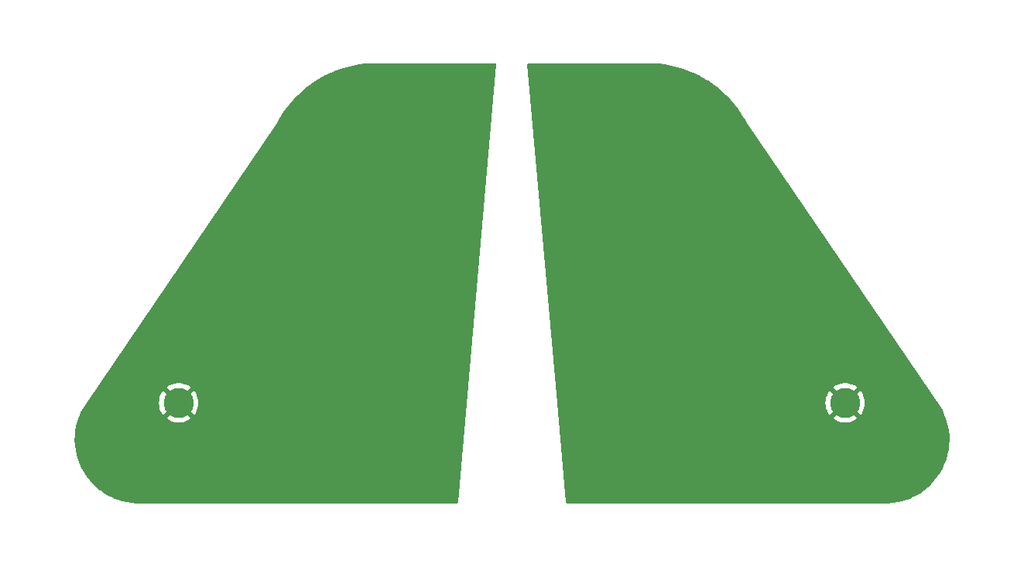
<source format=gbr>
%TF.GenerationSoftware,KiCad,Pcbnew,8.0.3*%
%TF.CreationDate,2024-06-11T08:41:57-04:00*%
%TF.ProjectId,maynuo_18650_adapter,6d61796e-756f-45f3-9138-3635305f6164,rev?*%
%TF.SameCoordinates,PX529cae8PY4aa0010*%
%TF.FileFunction,Copper,L2,Bot*%
%TF.FilePolarity,Positive*%
%FSLAX46Y46*%
G04 Gerber Fmt 4.6, Leading zero omitted, Abs format (unit mm)*
G04 Created by KiCad (PCBNEW 8.0.3) date 2024-06-11 08:41:57*
%MOMM*%
%LPD*%
G01*
G04 APERTURE LIST*
%TA.AperFunction,ComponentPad*%
%ADD10C,3.300000*%
%TD*%
%TA.AperFunction,ComponentPad*%
%ADD11C,11.000000*%
%TD*%
G04 APERTURE END LIST*
D10*
%TO.P,BT1,1,+*%
%TO.N,Net-(BT1-+)*%
X12425000Y-38150000D03*
%TO.P,BT1,2,-*%
%TO.N,Net-(BT1--)*%
X85325000Y-38150000D03*
%TD*%
D11*
%TO.P,H1,1,1*%
%TO.N,Net-(BT1-+)*%
X33875000Y-13000000D03*
%TD*%
%TO.P,H2,1,1*%
%TO.N,Net-(BT1--)*%
X63875000Y-13000000D03*
%TD*%
%TA.AperFunction,Conductor*%
%TO.N,Net-(BT1-+)*%
G36*
X47123047Y-1019685D02*
G01*
X47168802Y-1072489D01*
X47179531Y-1134870D01*
X42964155Y-49036870D01*
X42938669Y-49101926D01*
X42882057Y-49142876D01*
X42840632Y-49150000D01*
X8050610Y-49150000D01*
X8049461Y-49149995D01*
X7788803Y-49147580D01*
X7780562Y-49147229D01*
X7260254Y-49107716D01*
X7250919Y-49106650D01*
X6735664Y-49027939D01*
X6726435Y-49026169D01*
X6218610Y-48908664D01*
X6209553Y-48906203D01*
X5870445Y-48800120D01*
X5712094Y-48750584D01*
X5703239Y-48747441D01*
X5218988Y-48554598D01*
X5210397Y-48550794D01*
X4742130Y-48321833D01*
X4733851Y-48317388D01*
X4284290Y-48053638D01*
X4276371Y-48048580D01*
X3848050Y-47751530D01*
X3840537Y-47745886D01*
X3435947Y-47417261D01*
X3428884Y-47411065D01*
X3050341Y-47052747D01*
X3043776Y-47046044D01*
X2693447Y-46660083D01*
X2687400Y-46652892D01*
X2367309Y-46241521D01*
X2361824Y-46233891D01*
X2073803Y-45799463D01*
X2068911Y-45791441D01*
X1814611Y-45336447D01*
X1810341Y-45328077D01*
X1591227Y-44855137D01*
X1587603Y-44846468D01*
X1404927Y-44358287D01*
X1401974Y-44349381D01*
X1256787Y-43848759D01*
X1254514Y-43839642D01*
X1147659Y-43329493D01*
X1146082Y-43320230D01*
X1078157Y-42803408D01*
X1077290Y-42794087D01*
X1048697Y-42273628D01*
X1048538Y-42264237D01*
X1059437Y-41743099D01*
X1059988Y-41733752D01*
X1110321Y-41214908D01*
X1111575Y-41205649D01*
X1201052Y-40692107D01*
X1203014Y-40682927D01*
X1331115Y-40177657D01*
X1333755Y-40168689D01*
X1499751Y-39674568D01*
X1503075Y-39665790D01*
X1670481Y-39269716D01*
X1706232Y-39185129D01*
X1709676Y-39177681D01*
X1823508Y-38951589D01*
X1831708Y-38937654D01*
X2367340Y-38150000D01*
X10269976Y-38150000D01*
X10290047Y-38443436D01*
X10349890Y-38731421D01*
X10349891Y-38731424D01*
X10448386Y-39008560D01*
X10448385Y-39008560D01*
X10583706Y-39269716D01*
X10735991Y-39485453D01*
X11709152Y-38512292D01*
X11716049Y-38528942D01*
X11803599Y-38659970D01*
X11915030Y-38771401D01*
X12046058Y-38858951D01*
X12062705Y-38865846D01*
X11091658Y-39836894D01*
X11182240Y-39910590D01*
X11182246Y-39910594D01*
X11433550Y-40063415D01*
X11703322Y-40180593D01*
X11986541Y-40259948D01*
X11986547Y-40259949D01*
X12277935Y-40300000D01*
X12572065Y-40300000D01*
X12863452Y-40259949D01*
X12863458Y-40259948D01*
X13146677Y-40180593D01*
X13416449Y-40063415D01*
X13667753Y-39910594D01*
X13667767Y-39910584D01*
X13758340Y-39836895D01*
X13758341Y-39836894D01*
X12787294Y-38865846D01*
X12803942Y-38858951D01*
X12934970Y-38771401D01*
X13046401Y-38659970D01*
X13133951Y-38528942D01*
X13140846Y-38512293D01*
X14114007Y-39485453D01*
X14114008Y-39485453D01*
X14266293Y-39269716D01*
X14401613Y-39008560D01*
X14500108Y-38731424D01*
X14500109Y-38731421D01*
X14559952Y-38443436D01*
X14580023Y-38150000D01*
X14559952Y-37856563D01*
X14500109Y-37568578D01*
X14500108Y-37568575D01*
X14401613Y-37291439D01*
X14401614Y-37291439D01*
X14266293Y-37030283D01*
X14114007Y-36814545D01*
X13140846Y-37787705D01*
X13133951Y-37771058D01*
X13046401Y-37640030D01*
X12934970Y-37528599D01*
X12803942Y-37441049D01*
X12787293Y-37434152D01*
X13758341Y-36463104D01*
X13667756Y-36389407D01*
X13416449Y-36236584D01*
X13146677Y-36119406D01*
X12863458Y-36040051D01*
X12863452Y-36040050D01*
X12572065Y-36000000D01*
X12277935Y-36000000D01*
X11986547Y-36040050D01*
X11986541Y-36040051D01*
X11703322Y-36119406D01*
X11433550Y-36236584D01*
X11182243Y-36389407D01*
X11091657Y-36463104D01*
X12062706Y-37434152D01*
X12046058Y-37441049D01*
X11915030Y-37528599D01*
X11803599Y-37640030D01*
X11716049Y-37771058D01*
X11709152Y-37787706D01*
X10735991Y-36814545D01*
X10735990Y-36814545D01*
X10583710Y-37030276D01*
X10583706Y-37030282D01*
X10448386Y-37291439D01*
X10349891Y-37568575D01*
X10349890Y-37568578D01*
X10290047Y-37856563D01*
X10269976Y-38150000D01*
X2367340Y-38150000D01*
X23207260Y-7504610D01*
X23366418Y-7201039D01*
X23369442Y-7195610D01*
X23717708Y-6605720D01*
X23721485Y-6599724D01*
X24102923Y-6031220D01*
X24107041Y-6025449D01*
X24520589Y-5479868D01*
X24525034Y-5474343D01*
X24969322Y-4953492D01*
X24974069Y-4948240D01*
X25447645Y-4453825D01*
X25452676Y-4448868D01*
X25953946Y-3982555D01*
X25959253Y-3977896D01*
X26486523Y-3541258D01*
X26492131Y-3536879D01*
X27043679Y-3131340D01*
X27049536Y-3127289D01*
X27623518Y-2754202D01*
X27629568Y-2750513D01*
X28224082Y-2411114D01*
X28230383Y-2407754D01*
X28843454Y-2103168D01*
X28849927Y-2100182D01*
X29479548Y-1831409D01*
X29486147Y-1828815D01*
X30130201Y-1596761D01*
X30136976Y-1594539D01*
X30793304Y-1399977D01*
X30800187Y-1398150D01*
X31466659Y-1241714D01*
X31473617Y-1240291D01*
X32147986Y-1122508D01*
X32155046Y-1121484D01*
X32835059Y-1042747D01*
X32842168Y-1042131D01*
X33526044Y-1002670D01*
X33532252Y-1002468D01*
X33874583Y-1000002D01*
X33875476Y-1000000D01*
X47056008Y-1000000D01*
X47123047Y-1019685D01*
G37*
%TD.AperFunction*%
%TD*%
%TA.AperFunction,Conductor*%
%TO.N,Net-(BT1--)*%
G36*
X63875271Y-1000003D02*
G01*
X63904599Y-1000214D01*
X64217746Y-1002469D01*
X64223956Y-1002671D01*
X64907828Y-1042131D01*
X64914943Y-1042747D01*
X65594963Y-1121486D01*
X65602004Y-1122507D01*
X66276388Y-1240292D01*
X66283334Y-1241713D01*
X66949800Y-1398148D01*
X66956707Y-1399981D01*
X67613010Y-1594535D01*
X67619800Y-1596762D01*
X68263831Y-1828809D01*
X68270481Y-1831424D01*
X68900063Y-2100179D01*
X68906552Y-2103173D01*
X69519615Y-2407754D01*
X69525920Y-2411117D01*
X69824559Y-2581605D01*
X70120414Y-2750504D01*
X70126495Y-2754212D01*
X70481726Y-2985111D01*
X70700453Y-3127283D01*
X70706330Y-3131348D01*
X71257855Y-3536871D01*
X71263488Y-3541269D01*
X71790728Y-3977882D01*
X71796070Y-3982572D01*
X72297305Y-4448852D01*
X72302371Y-4453844D01*
X72775907Y-4948216D01*
X72780699Y-4953517D01*
X73224948Y-5474322D01*
X73229427Y-5479890D01*
X73642941Y-6025426D01*
X73647092Y-6031243D01*
X74028497Y-6599699D01*
X74032306Y-6605746D01*
X74380556Y-7195610D01*
X74383598Y-7201073D01*
X74542739Y-7504609D01*
X95968234Y-38937586D01*
X95976527Y-38951664D01*
X96090312Y-39177662D01*
X96093775Y-39185149D01*
X96296925Y-39665790D01*
X96300252Y-39674577D01*
X96466237Y-40168666D01*
X96468890Y-40177680D01*
X96596985Y-40682927D01*
X96598948Y-40692116D01*
X96688420Y-41205622D01*
X96689681Y-41214934D01*
X96740010Y-41733736D01*
X96740562Y-41743116D01*
X96751462Y-42264237D01*
X96751302Y-42273632D01*
X96722710Y-42794070D01*
X96721840Y-42803426D01*
X96653918Y-43320230D01*
X96652341Y-43329493D01*
X96545484Y-43839645D01*
X96543211Y-43848762D01*
X96398026Y-44349381D01*
X96395068Y-44358301D01*
X96212399Y-44846464D01*
X96208775Y-44855133D01*
X95989659Y-45328077D01*
X95985389Y-45336447D01*
X95731088Y-45791441D01*
X95726196Y-45799463D01*
X95438175Y-46233891D01*
X95432690Y-46241521D01*
X95112600Y-46652892D01*
X95106553Y-46660084D01*
X94756223Y-47046045D01*
X94749648Y-47052758D01*
X94371115Y-47411065D01*
X94364052Y-47417261D01*
X93959463Y-47745886D01*
X93951950Y-47751530D01*
X93523629Y-48048580D01*
X93515710Y-48053638D01*
X93066149Y-48317388D01*
X93057870Y-48321833D01*
X92589603Y-48550794D01*
X92581012Y-48554598D01*
X92096761Y-48747441D01*
X92087906Y-48750584D01*
X91704565Y-48870504D01*
X91590454Y-48906201D01*
X91581390Y-48908664D01*
X91073565Y-49026169D01*
X91064336Y-49027939D01*
X90549081Y-49106650D01*
X90539746Y-49107716D01*
X90019438Y-49147230D01*
X90011196Y-49147581D01*
X89750540Y-49149995D01*
X89749392Y-49150000D01*
X54909368Y-49150000D01*
X54842329Y-49130315D01*
X54796574Y-49077511D01*
X54785845Y-49036870D01*
X53827800Y-38150000D01*
X83169976Y-38150000D01*
X83190047Y-38443436D01*
X83249890Y-38731421D01*
X83249891Y-38731424D01*
X83348386Y-39008560D01*
X83348385Y-39008560D01*
X83483706Y-39269716D01*
X83635991Y-39485453D01*
X84609152Y-38512291D01*
X84616049Y-38528942D01*
X84703599Y-38659970D01*
X84815030Y-38771401D01*
X84946058Y-38858951D01*
X84962705Y-38865846D01*
X83991658Y-39836894D01*
X84082240Y-39910590D01*
X84082246Y-39910594D01*
X84333550Y-40063415D01*
X84603322Y-40180593D01*
X84886541Y-40259948D01*
X84886547Y-40259949D01*
X85177935Y-40300000D01*
X85472065Y-40300000D01*
X85763452Y-40259949D01*
X85763458Y-40259948D01*
X86046677Y-40180593D01*
X86316449Y-40063415D01*
X86567753Y-39910594D01*
X86567767Y-39910584D01*
X86658340Y-39836895D01*
X86658341Y-39836894D01*
X85687294Y-38865846D01*
X85703942Y-38858951D01*
X85834970Y-38771401D01*
X85946401Y-38659970D01*
X86033951Y-38528942D01*
X86040847Y-38512293D01*
X87014007Y-39485453D01*
X87014008Y-39485453D01*
X87166293Y-39269716D01*
X87301613Y-39008560D01*
X87400108Y-38731424D01*
X87400109Y-38731421D01*
X87459952Y-38443436D01*
X87480023Y-38150000D01*
X87459952Y-37856563D01*
X87400109Y-37568578D01*
X87400108Y-37568575D01*
X87301613Y-37291439D01*
X87301614Y-37291439D01*
X87166293Y-37030283D01*
X87014007Y-36814545D01*
X86040846Y-37787705D01*
X86033951Y-37771058D01*
X85946401Y-37640030D01*
X85834970Y-37528599D01*
X85703942Y-37441049D01*
X85687293Y-37434152D01*
X86658341Y-36463104D01*
X86567756Y-36389407D01*
X86316449Y-36236584D01*
X86046677Y-36119406D01*
X85763458Y-36040051D01*
X85763452Y-36040050D01*
X85472065Y-36000000D01*
X85177935Y-36000000D01*
X84886547Y-36040050D01*
X84886541Y-36040051D01*
X84603322Y-36119406D01*
X84333550Y-36236584D01*
X84082243Y-36389407D01*
X83991657Y-36463104D01*
X84962706Y-37434152D01*
X84946058Y-37441049D01*
X84815030Y-37528599D01*
X84703599Y-37640030D01*
X84616049Y-37771058D01*
X84609152Y-37787706D01*
X83635991Y-36814545D01*
X83635990Y-36814545D01*
X83483710Y-37030276D01*
X83483706Y-37030282D01*
X83348386Y-37291439D01*
X83249891Y-37568575D01*
X83249890Y-37568578D01*
X83190047Y-37856563D01*
X83169976Y-38150000D01*
X53827800Y-38150000D01*
X50570469Y-1134870D01*
X50584201Y-1066363D01*
X50632791Y-1016155D01*
X50693992Y-1000000D01*
X63874378Y-1000000D01*
X63875271Y-1000003D01*
G37*
%TD.AperFunction*%
%TD*%
M02*

</source>
